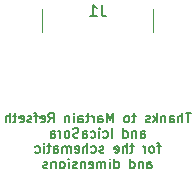
<source format=gbr>
%TF.GenerationSoftware,KiCad,Pcbnew,(6.0.8)*%
%TF.CreationDate,2022-10-30T13:45:45+01:00*%
%TF.ProjectId,001,3030312e-6b69-4636-9164-5f7063625858,rev?*%
%TF.SameCoordinates,Original*%
%TF.FileFunction,Legend,Bot*%
%TF.FilePolarity,Positive*%
%FSLAX46Y46*%
G04 Gerber Fmt 4.6, Leading zero omitted, Abs format (unit mm)*
G04 Created by KiCad (PCBNEW (6.0.8)) date 2022-10-30 13:45:45*
%MOMM*%
%LPD*%
G01*
G04 APERTURE LIST*
%ADD10C,0.150000*%
%ADD11C,0.120000*%
G04 APERTURE END LIST*
D10*
X127792761Y-64177904D02*
X127335619Y-64177904D01*
X127564190Y-64977904D02*
X127564190Y-64177904D01*
X127068952Y-64977904D02*
X127068952Y-64177904D01*
X126726095Y-64977904D02*
X126726095Y-64558857D01*
X126764190Y-64482666D01*
X126840380Y-64444571D01*
X126954666Y-64444571D01*
X127030857Y-64482666D01*
X127068952Y-64520761D01*
X126002285Y-64977904D02*
X126002285Y-64558857D01*
X126040380Y-64482666D01*
X126116571Y-64444571D01*
X126268952Y-64444571D01*
X126345142Y-64482666D01*
X126002285Y-64939809D02*
X126078476Y-64977904D01*
X126268952Y-64977904D01*
X126345142Y-64939809D01*
X126383238Y-64863619D01*
X126383238Y-64787428D01*
X126345142Y-64711238D01*
X126268952Y-64673142D01*
X126078476Y-64673142D01*
X126002285Y-64635047D01*
X125621333Y-64444571D02*
X125621333Y-64977904D01*
X125621333Y-64520761D02*
X125583238Y-64482666D01*
X125507047Y-64444571D01*
X125392761Y-64444571D01*
X125316571Y-64482666D01*
X125278476Y-64558857D01*
X125278476Y-64977904D01*
X124897523Y-64977904D02*
X124897523Y-64177904D01*
X124821333Y-64673142D02*
X124592761Y-64977904D01*
X124592761Y-64444571D02*
X124897523Y-64749333D01*
X124288000Y-64939809D02*
X124211809Y-64977904D01*
X124059428Y-64977904D01*
X123983238Y-64939809D01*
X123945142Y-64863619D01*
X123945142Y-64825523D01*
X123983238Y-64749333D01*
X124059428Y-64711238D01*
X124173714Y-64711238D01*
X124249904Y-64673142D01*
X124288000Y-64596952D01*
X124288000Y-64558857D01*
X124249904Y-64482666D01*
X124173714Y-64444571D01*
X124059428Y-64444571D01*
X123983238Y-64482666D01*
X123107047Y-64444571D02*
X122802285Y-64444571D01*
X122992761Y-64177904D02*
X122992761Y-64863619D01*
X122954666Y-64939809D01*
X122878476Y-64977904D01*
X122802285Y-64977904D01*
X122421333Y-64977904D02*
X122497523Y-64939809D01*
X122535619Y-64901714D01*
X122573714Y-64825523D01*
X122573714Y-64596952D01*
X122535619Y-64520761D01*
X122497523Y-64482666D01*
X122421333Y-64444571D01*
X122307047Y-64444571D01*
X122230857Y-64482666D01*
X122192761Y-64520761D01*
X122154666Y-64596952D01*
X122154666Y-64825523D01*
X122192761Y-64901714D01*
X122230857Y-64939809D01*
X122307047Y-64977904D01*
X122421333Y-64977904D01*
X121202285Y-64977904D02*
X121202285Y-64177904D01*
X120935619Y-64749333D01*
X120668952Y-64177904D01*
X120668952Y-64977904D01*
X119945142Y-64977904D02*
X119945142Y-64558857D01*
X119983238Y-64482666D01*
X120059428Y-64444571D01*
X120211809Y-64444571D01*
X120288000Y-64482666D01*
X119945142Y-64939809D02*
X120021333Y-64977904D01*
X120211809Y-64977904D01*
X120288000Y-64939809D01*
X120326095Y-64863619D01*
X120326095Y-64787428D01*
X120288000Y-64711238D01*
X120211809Y-64673142D01*
X120021333Y-64673142D01*
X119945142Y-64635047D01*
X119564190Y-64977904D02*
X119564190Y-64444571D01*
X119564190Y-64596952D02*
X119526095Y-64520761D01*
X119488000Y-64482666D01*
X119411809Y-64444571D01*
X119335619Y-64444571D01*
X119183238Y-64444571D02*
X118878476Y-64444571D01*
X119068952Y-64177904D02*
X119068952Y-64863619D01*
X119030857Y-64939809D01*
X118954666Y-64977904D01*
X118878476Y-64977904D01*
X118268952Y-64977904D02*
X118268952Y-64558857D01*
X118307047Y-64482666D01*
X118383238Y-64444571D01*
X118535619Y-64444571D01*
X118611809Y-64482666D01*
X118268952Y-64939809D02*
X118345142Y-64977904D01*
X118535619Y-64977904D01*
X118611809Y-64939809D01*
X118649904Y-64863619D01*
X118649904Y-64787428D01*
X118611809Y-64711238D01*
X118535619Y-64673142D01*
X118345142Y-64673142D01*
X118268952Y-64635047D01*
X117888000Y-64977904D02*
X117888000Y-64444571D01*
X117888000Y-64177904D02*
X117926095Y-64216000D01*
X117888000Y-64254095D01*
X117849904Y-64216000D01*
X117888000Y-64177904D01*
X117888000Y-64254095D01*
X117507047Y-64444571D02*
X117507047Y-64977904D01*
X117507047Y-64520761D02*
X117468952Y-64482666D01*
X117392761Y-64444571D01*
X117278476Y-64444571D01*
X117202285Y-64482666D01*
X117164190Y-64558857D01*
X117164190Y-64977904D01*
X115716571Y-64977904D02*
X115983238Y-64596952D01*
X116173714Y-64977904D02*
X116173714Y-64177904D01*
X115868952Y-64177904D01*
X115792761Y-64216000D01*
X115754666Y-64254095D01*
X115716571Y-64330285D01*
X115716571Y-64444571D01*
X115754666Y-64520761D01*
X115792761Y-64558857D01*
X115868952Y-64596952D01*
X116173714Y-64596952D01*
X115068952Y-64939809D02*
X115145142Y-64977904D01*
X115297523Y-64977904D01*
X115373714Y-64939809D01*
X115411809Y-64863619D01*
X115411809Y-64558857D01*
X115373714Y-64482666D01*
X115297523Y-64444571D01*
X115145142Y-64444571D01*
X115068952Y-64482666D01*
X115030857Y-64558857D01*
X115030857Y-64635047D01*
X115411809Y-64711238D01*
X114802285Y-64444571D02*
X114497523Y-64444571D01*
X114688000Y-64977904D02*
X114688000Y-64292190D01*
X114649904Y-64216000D01*
X114573714Y-64177904D01*
X114497523Y-64177904D01*
X114268952Y-64939809D02*
X114192761Y-64977904D01*
X114040380Y-64977904D01*
X113964190Y-64939809D01*
X113926095Y-64863619D01*
X113926095Y-64825523D01*
X113964190Y-64749333D01*
X114040380Y-64711238D01*
X114154666Y-64711238D01*
X114230857Y-64673142D01*
X114268952Y-64596952D01*
X114268952Y-64558857D01*
X114230857Y-64482666D01*
X114154666Y-64444571D01*
X114040380Y-64444571D01*
X113964190Y-64482666D01*
X113278476Y-64939809D02*
X113354666Y-64977904D01*
X113507047Y-64977904D01*
X113583238Y-64939809D01*
X113621333Y-64863619D01*
X113621333Y-64558857D01*
X113583238Y-64482666D01*
X113507047Y-64444571D01*
X113354666Y-64444571D01*
X113278476Y-64482666D01*
X113240380Y-64558857D01*
X113240380Y-64635047D01*
X113621333Y-64711238D01*
X113011809Y-64444571D02*
X112707047Y-64444571D01*
X112897523Y-64177904D02*
X112897523Y-64863619D01*
X112859428Y-64939809D01*
X112783238Y-64977904D01*
X112707047Y-64977904D01*
X112440380Y-64977904D02*
X112440380Y-64177904D01*
X112097523Y-64977904D02*
X112097523Y-64558857D01*
X112135619Y-64482666D01*
X112211809Y-64444571D01*
X112326095Y-64444571D01*
X112402285Y-64482666D01*
X112440380Y-64520761D01*
X123526095Y-66265904D02*
X123526095Y-65846857D01*
X123564190Y-65770666D01*
X123640380Y-65732571D01*
X123792761Y-65732571D01*
X123868952Y-65770666D01*
X123526095Y-66227809D02*
X123602285Y-66265904D01*
X123792761Y-66265904D01*
X123868952Y-66227809D01*
X123907047Y-66151619D01*
X123907047Y-66075428D01*
X123868952Y-65999238D01*
X123792761Y-65961142D01*
X123602285Y-65961142D01*
X123526095Y-65923047D01*
X123145142Y-65732571D02*
X123145142Y-66265904D01*
X123145142Y-65808761D02*
X123107047Y-65770666D01*
X123030857Y-65732571D01*
X122916571Y-65732571D01*
X122840380Y-65770666D01*
X122802285Y-65846857D01*
X122802285Y-66265904D01*
X122078476Y-66265904D02*
X122078476Y-65465904D01*
X122078476Y-66227809D02*
X122154666Y-66265904D01*
X122307047Y-66265904D01*
X122383238Y-66227809D01*
X122421333Y-66189714D01*
X122459428Y-66113523D01*
X122459428Y-65884952D01*
X122421333Y-65808761D01*
X122383238Y-65770666D01*
X122307047Y-65732571D01*
X122154666Y-65732571D01*
X122078476Y-65770666D01*
X121088000Y-66265904D02*
X121088000Y-65465904D01*
X120364190Y-66227809D02*
X120440380Y-66265904D01*
X120592761Y-66265904D01*
X120668952Y-66227809D01*
X120707047Y-66189714D01*
X120745142Y-66113523D01*
X120745142Y-65884952D01*
X120707047Y-65808761D01*
X120668952Y-65770666D01*
X120592761Y-65732571D01*
X120440380Y-65732571D01*
X120364190Y-65770666D01*
X120021333Y-66265904D02*
X120021333Y-65732571D01*
X120021333Y-65465904D02*
X120059428Y-65504000D01*
X120021333Y-65542095D01*
X119983238Y-65504000D01*
X120021333Y-65465904D01*
X120021333Y-65542095D01*
X119297523Y-66227809D02*
X119373714Y-66265904D01*
X119526095Y-66265904D01*
X119602285Y-66227809D01*
X119640380Y-66189714D01*
X119678476Y-66113523D01*
X119678476Y-65884952D01*
X119640380Y-65808761D01*
X119602285Y-65770666D01*
X119526095Y-65732571D01*
X119373714Y-65732571D01*
X119297523Y-65770666D01*
X118611809Y-66265904D02*
X118611809Y-65846857D01*
X118649904Y-65770666D01*
X118726095Y-65732571D01*
X118878476Y-65732571D01*
X118954666Y-65770666D01*
X118611809Y-66227809D02*
X118688000Y-66265904D01*
X118878476Y-66265904D01*
X118954666Y-66227809D01*
X118992761Y-66151619D01*
X118992761Y-66075428D01*
X118954666Y-65999238D01*
X118878476Y-65961142D01*
X118688000Y-65961142D01*
X118611809Y-65923047D01*
X118268952Y-66227809D02*
X118154666Y-66265904D01*
X117964190Y-66265904D01*
X117888000Y-66227809D01*
X117849904Y-66189714D01*
X117811809Y-66113523D01*
X117811809Y-66037333D01*
X117849904Y-65961142D01*
X117888000Y-65923047D01*
X117964190Y-65884952D01*
X118116571Y-65846857D01*
X118192761Y-65808761D01*
X118230857Y-65770666D01*
X118268952Y-65694476D01*
X118268952Y-65618285D01*
X118230857Y-65542095D01*
X118192761Y-65504000D01*
X118116571Y-65465904D01*
X117926095Y-65465904D01*
X117811809Y-65504000D01*
X117354666Y-66265904D02*
X117430857Y-66227809D01*
X117468952Y-66189714D01*
X117507047Y-66113523D01*
X117507047Y-65884952D01*
X117468952Y-65808761D01*
X117430857Y-65770666D01*
X117354666Y-65732571D01*
X117240380Y-65732571D01*
X117164190Y-65770666D01*
X117126095Y-65808761D01*
X117088000Y-65884952D01*
X117088000Y-66113523D01*
X117126095Y-66189714D01*
X117164190Y-66227809D01*
X117240380Y-66265904D01*
X117354666Y-66265904D01*
X116745142Y-66265904D02*
X116745142Y-65732571D01*
X116745142Y-65884952D02*
X116707047Y-65808761D01*
X116668952Y-65770666D01*
X116592761Y-65732571D01*
X116516571Y-65732571D01*
X115907047Y-66265904D02*
X115907047Y-65846857D01*
X115945142Y-65770666D01*
X116021333Y-65732571D01*
X116173714Y-65732571D01*
X116249904Y-65770666D01*
X115907047Y-66227809D02*
X115983238Y-66265904D01*
X116173714Y-66265904D01*
X116249904Y-66227809D01*
X116288000Y-66151619D01*
X116288000Y-66075428D01*
X116249904Y-65999238D01*
X116173714Y-65961142D01*
X115983238Y-65961142D01*
X115907047Y-65923047D01*
X125221333Y-67020571D02*
X124916571Y-67020571D01*
X125107047Y-67553904D02*
X125107047Y-66868190D01*
X125068952Y-66792000D01*
X124992761Y-66753904D01*
X124916571Y-66753904D01*
X124535619Y-67553904D02*
X124611809Y-67515809D01*
X124649904Y-67477714D01*
X124688000Y-67401523D01*
X124688000Y-67172952D01*
X124649904Y-67096761D01*
X124611809Y-67058666D01*
X124535619Y-67020571D01*
X124421333Y-67020571D01*
X124345142Y-67058666D01*
X124307047Y-67096761D01*
X124268952Y-67172952D01*
X124268952Y-67401523D01*
X124307047Y-67477714D01*
X124345142Y-67515809D01*
X124421333Y-67553904D01*
X124535619Y-67553904D01*
X123926095Y-67553904D02*
X123926095Y-67020571D01*
X123926095Y-67172952D02*
X123888000Y-67096761D01*
X123849904Y-67058666D01*
X123773714Y-67020571D01*
X123697523Y-67020571D01*
X122935619Y-67020571D02*
X122630857Y-67020571D01*
X122821333Y-66753904D02*
X122821333Y-67439619D01*
X122783238Y-67515809D01*
X122707047Y-67553904D01*
X122630857Y-67553904D01*
X122364190Y-67553904D02*
X122364190Y-66753904D01*
X122021333Y-67553904D02*
X122021333Y-67134857D01*
X122059428Y-67058666D01*
X122135619Y-67020571D01*
X122249904Y-67020571D01*
X122326095Y-67058666D01*
X122364190Y-67096761D01*
X121335619Y-67515809D02*
X121411809Y-67553904D01*
X121564190Y-67553904D01*
X121640380Y-67515809D01*
X121678476Y-67439619D01*
X121678476Y-67134857D01*
X121640380Y-67058666D01*
X121564190Y-67020571D01*
X121411809Y-67020571D01*
X121335619Y-67058666D01*
X121297523Y-67134857D01*
X121297523Y-67211047D01*
X121678476Y-67287238D01*
X120383238Y-67515809D02*
X120307047Y-67553904D01*
X120154666Y-67553904D01*
X120078476Y-67515809D01*
X120040380Y-67439619D01*
X120040380Y-67401523D01*
X120078476Y-67325333D01*
X120154666Y-67287238D01*
X120268952Y-67287238D01*
X120345142Y-67249142D01*
X120383238Y-67172952D01*
X120383238Y-67134857D01*
X120345142Y-67058666D01*
X120268952Y-67020571D01*
X120154666Y-67020571D01*
X120078476Y-67058666D01*
X119354666Y-67515809D02*
X119430857Y-67553904D01*
X119583238Y-67553904D01*
X119659428Y-67515809D01*
X119697523Y-67477714D01*
X119735619Y-67401523D01*
X119735619Y-67172952D01*
X119697523Y-67096761D01*
X119659428Y-67058666D01*
X119583238Y-67020571D01*
X119430857Y-67020571D01*
X119354666Y-67058666D01*
X119011809Y-67553904D02*
X119011809Y-66753904D01*
X118668952Y-67553904D02*
X118668952Y-67134857D01*
X118707047Y-67058666D01*
X118783238Y-67020571D01*
X118897523Y-67020571D01*
X118973714Y-67058666D01*
X119011809Y-67096761D01*
X117983238Y-67515809D02*
X118059428Y-67553904D01*
X118211809Y-67553904D01*
X118288000Y-67515809D01*
X118326095Y-67439619D01*
X118326095Y-67134857D01*
X118288000Y-67058666D01*
X118211809Y-67020571D01*
X118059428Y-67020571D01*
X117983238Y-67058666D01*
X117945142Y-67134857D01*
X117945142Y-67211047D01*
X118326095Y-67287238D01*
X117602285Y-67553904D02*
X117602285Y-67020571D01*
X117602285Y-67096761D02*
X117564190Y-67058666D01*
X117488000Y-67020571D01*
X117373714Y-67020571D01*
X117297523Y-67058666D01*
X117259428Y-67134857D01*
X117259428Y-67553904D01*
X117259428Y-67134857D02*
X117221333Y-67058666D01*
X117145142Y-67020571D01*
X117030857Y-67020571D01*
X116954666Y-67058666D01*
X116916571Y-67134857D01*
X116916571Y-67553904D01*
X116192761Y-67553904D02*
X116192761Y-67134857D01*
X116230857Y-67058666D01*
X116307047Y-67020571D01*
X116459428Y-67020571D01*
X116535619Y-67058666D01*
X116192761Y-67515809D02*
X116268952Y-67553904D01*
X116459428Y-67553904D01*
X116535619Y-67515809D01*
X116573714Y-67439619D01*
X116573714Y-67363428D01*
X116535619Y-67287238D01*
X116459428Y-67249142D01*
X116268952Y-67249142D01*
X116192761Y-67211047D01*
X115926095Y-67020571D02*
X115621333Y-67020571D01*
X115811809Y-66753904D02*
X115811809Y-67439619D01*
X115773714Y-67515809D01*
X115697523Y-67553904D01*
X115621333Y-67553904D01*
X115354666Y-67553904D02*
X115354666Y-67020571D01*
X115354666Y-66753904D02*
X115392761Y-66792000D01*
X115354666Y-66830095D01*
X115316571Y-66792000D01*
X115354666Y-66753904D01*
X115354666Y-66830095D01*
X114630857Y-67515809D02*
X114707047Y-67553904D01*
X114859428Y-67553904D01*
X114935619Y-67515809D01*
X114973714Y-67477714D01*
X115011809Y-67401523D01*
X115011809Y-67172952D01*
X114973714Y-67096761D01*
X114935619Y-67058666D01*
X114859428Y-67020571D01*
X114707047Y-67020571D01*
X114630857Y-67058666D01*
X124097523Y-68841904D02*
X124097523Y-68422857D01*
X124135619Y-68346666D01*
X124211809Y-68308571D01*
X124364190Y-68308571D01*
X124440380Y-68346666D01*
X124097523Y-68803809D02*
X124173714Y-68841904D01*
X124364190Y-68841904D01*
X124440380Y-68803809D01*
X124478476Y-68727619D01*
X124478476Y-68651428D01*
X124440380Y-68575238D01*
X124364190Y-68537142D01*
X124173714Y-68537142D01*
X124097523Y-68499047D01*
X123716571Y-68308571D02*
X123716571Y-68841904D01*
X123716571Y-68384761D02*
X123678476Y-68346666D01*
X123602285Y-68308571D01*
X123488000Y-68308571D01*
X123411809Y-68346666D01*
X123373714Y-68422857D01*
X123373714Y-68841904D01*
X122649904Y-68841904D02*
X122649904Y-68041904D01*
X122649904Y-68803809D02*
X122726095Y-68841904D01*
X122878476Y-68841904D01*
X122954666Y-68803809D01*
X122992761Y-68765714D01*
X123030857Y-68689523D01*
X123030857Y-68460952D01*
X122992761Y-68384761D01*
X122954666Y-68346666D01*
X122878476Y-68308571D01*
X122726095Y-68308571D01*
X122649904Y-68346666D01*
X121316571Y-68841904D02*
X121316571Y-68041904D01*
X121316571Y-68803809D02*
X121392761Y-68841904D01*
X121545142Y-68841904D01*
X121621333Y-68803809D01*
X121659428Y-68765714D01*
X121697523Y-68689523D01*
X121697523Y-68460952D01*
X121659428Y-68384761D01*
X121621333Y-68346666D01*
X121545142Y-68308571D01*
X121392761Y-68308571D01*
X121316571Y-68346666D01*
X120935619Y-68841904D02*
X120935619Y-68308571D01*
X120935619Y-68041904D02*
X120973714Y-68080000D01*
X120935619Y-68118095D01*
X120897523Y-68080000D01*
X120935619Y-68041904D01*
X120935619Y-68118095D01*
X120554666Y-68841904D02*
X120554666Y-68308571D01*
X120554666Y-68384761D02*
X120516571Y-68346666D01*
X120440380Y-68308571D01*
X120326095Y-68308571D01*
X120249904Y-68346666D01*
X120211809Y-68422857D01*
X120211809Y-68841904D01*
X120211809Y-68422857D02*
X120173714Y-68346666D01*
X120097523Y-68308571D01*
X119983238Y-68308571D01*
X119907047Y-68346666D01*
X119868952Y-68422857D01*
X119868952Y-68841904D01*
X119183238Y-68803809D02*
X119259428Y-68841904D01*
X119411809Y-68841904D01*
X119488000Y-68803809D01*
X119526095Y-68727619D01*
X119526095Y-68422857D01*
X119488000Y-68346666D01*
X119411809Y-68308571D01*
X119259428Y-68308571D01*
X119183238Y-68346666D01*
X119145142Y-68422857D01*
X119145142Y-68499047D01*
X119526095Y-68575238D01*
X118802285Y-68308571D02*
X118802285Y-68841904D01*
X118802285Y-68384761D02*
X118764190Y-68346666D01*
X118688000Y-68308571D01*
X118573714Y-68308571D01*
X118497523Y-68346666D01*
X118459428Y-68422857D01*
X118459428Y-68841904D01*
X118116571Y-68803809D02*
X118040380Y-68841904D01*
X117888000Y-68841904D01*
X117811809Y-68803809D01*
X117773714Y-68727619D01*
X117773714Y-68689523D01*
X117811809Y-68613333D01*
X117888000Y-68575238D01*
X118002285Y-68575238D01*
X118078476Y-68537142D01*
X118116571Y-68460952D01*
X118116571Y-68422857D01*
X118078476Y-68346666D01*
X118002285Y-68308571D01*
X117888000Y-68308571D01*
X117811809Y-68346666D01*
X117430857Y-68841904D02*
X117430857Y-68308571D01*
X117430857Y-68041904D02*
X117468952Y-68080000D01*
X117430857Y-68118095D01*
X117392761Y-68080000D01*
X117430857Y-68041904D01*
X117430857Y-68118095D01*
X116935619Y-68841904D02*
X117011809Y-68803809D01*
X117049904Y-68765714D01*
X117088000Y-68689523D01*
X117088000Y-68460952D01*
X117049904Y-68384761D01*
X117011809Y-68346666D01*
X116935619Y-68308571D01*
X116821333Y-68308571D01*
X116745142Y-68346666D01*
X116707047Y-68384761D01*
X116668952Y-68460952D01*
X116668952Y-68689523D01*
X116707047Y-68765714D01*
X116745142Y-68803809D01*
X116821333Y-68841904D01*
X116935619Y-68841904D01*
X116326095Y-68308571D02*
X116326095Y-68841904D01*
X116326095Y-68384761D02*
X116288000Y-68346666D01*
X116211809Y-68308571D01*
X116097523Y-68308571D01*
X116021333Y-68346666D01*
X115983238Y-68422857D01*
X115983238Y-68841904D01*
X115640380Y-68803809D02*
X115564190Y-68841904D01*
X115411809Y-68841904D01*
X115335619Y-68803809D01*
X115297523Y-68727619D01*
X115297523Y-68689523D01*
X115335619Y-68613333D01*
X115411809Y-68575238D01*
X115526095Y-68575238D01*
X115602285Y-68537142D01*
X115640380Y-68460952D01*
X115640380Y-68422857D01*
X115602285Y-68346666D01*
X115526095Y-68308571D01*
X115411809Y-68308571D01*
X115335619Y-68346666D01*
%TO.C,J1*%
X120234033Y-55014880D02*
X120234033Y-55729166D01*
X120281652Y-55872023D01*
X120376890Y-55967261D01*
X120519747Y-56014880D01*
X120614985Y-56014880D01*
X119234033Y-56014880D02*
X119805461Y-56014880D01*
X119519747Y-56014880D02*
X119519747Y-55014880D01*
X119614985Y-55157738D01*
X119710223Y-55252976D01*
X119805461Y-55300595D01*
D11*
X124604900Y-57370900D02*
X124604900Y-55370900D01*
X115204900Y-57370900D02*
X115204900Y-55370900D01*
%TD*%
M02*

</source>
